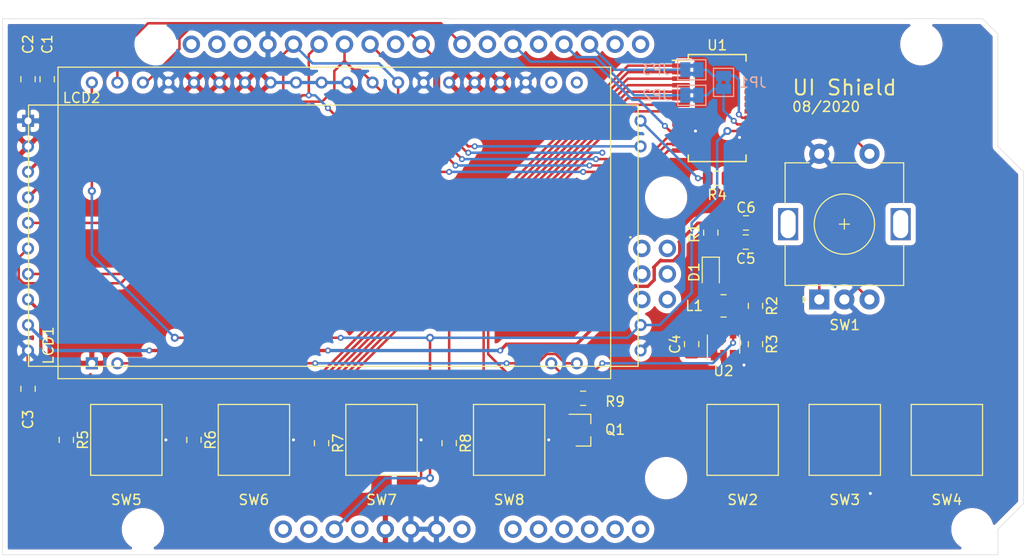
<source format=kicad_pcb>
(kicad_pcb (version 20171130) (host pcbnew 5.1.6)
  (title_block (title "UI Shield") (date 2020-08-21) (comment 1 "ignore courtyard overlaps LCD1/LCD2, LCD1/C1") (comment 2 "Shield Size equal to Arduino Mega/Due"))
  (layers (0 F.Cu signal) (31 B.Cu signal) (34 B.Paste user) (35 F.Paste user) (36 B.SilkS user) (37 F.SilkS user) (38 B.Mask user) (39 F.Mask user) (44 Edge.Cuts user))
  (net 0 "")
  (net 1 /IO_CS)
  (net 2 /SCK)
  (net 3 /MOSI)
  (net 4 /MISO)
  (net 5 /~RESET)
  (net 6 /IO_INTB)
  (net 7 /IO_INTA)
  (net 8 "Net-(U1-Pad27)")
  (net 9 "Net-(U1-Pad28)")
  (net 10 "Net-(XA1-PadRST2)")
  (net 11 "Net-(XA1-PadGND4)")
  (net 12 "Net-(XA1-PadMOSI)")
  (net 13 "Net-(XA1-PadSCK)")
  (net 14 "Net-(XA1-Pad5V2)")
  (net 15 /A0)
  (net 16 /VIN)
  (net 17 GND)
  (net 18 +5V)
  (net 19 +3V3)
  (net 20 "Net-(XA1-PadIORF)")
  (net 21 /TX)
  (net 22 /RX)
  (net 23 /D2)
  (net 24 /D3)
  (net 25 /D4)
  (net 26 /D6)
  (net 27 /LCD_RS)
  (net 28 /LCD_CS)
  (net 29 /D9)
  (net 30 /LCD_LED)
  (net 31 /SCL)
  (net 32 /SDA)
  (net 33 /AREF)
  (net 34 /A1)
  (net 35 /A2)
  (net 36 /A3)
  (net 37 /A4)
  (net 38 /A5)
  (net 39 "Net-(XA1-PadMISO)")
  (net 40 "Net-(LCD1-Pad2)")
  (net 41 "Net-(LCD1-Pad19)")
  (net 42 "Net-(LCD1-Pad21)")
  (net 43 "Net-(LCD1-Pad22)")
  (net 44 "Net-(R5-Pad2)")
  (net 45 /LED5)
  (net 46 /LED6)
  (net 47 "Net-(R6-Pad2)")
  (net 48 /LED7)
  (net 49 "Net-(R7-Pad2)")
  (net 50 "Net-(R8-Pad2)")
  (net 51 /LED8)
  (net 52 /A)
  (net 53 /B)
  (net 54 /SW1)
  (net 55 /SW2)
  (net 56 /SW3)
  (net 57 /SW4)
  (net 58 /SW5)
  (net 59 /SW6)
  (net 60 /SW7)
  (net 61 /SW8)
  (net 62 "Net-(C2-Pad1)")
  (net 63 "Net-(C1-Pad1)")
  (net 64 +12V)
  (net 65 "Net-(C3-Pad1)")
  (net 66 "Net-(LCD2-Pad20)")
  (net 67 "Net-(C5-Pad2)")
  (net 68 "Net-(D1-Pad2)")
  (net 69 "Net-(Q1-Pad3)")
  (net 70 "Net-(R2-Pad2)")
  (module project:Arduino_Shield_Large (layer F.Cu) (at 81.28 127)
    (fp_text reference XA1)
    (fp_text value Arduino_Uno_Shield)
    (fp_text user . (at 62.484 -32.004) (layer F.SilkS))
    (pad "" np_thru_hole circle (at 91.44 -50.8) (size 3.2 3.2) (drill 3.2) (layers *.Cu *.Mask))
    (pad "" np_thru_hole circle (at 96.52 -2.54) (size 3.2 3.2) (drill 3.2) (layers *.Cu *.Mask))
    (pad MISO thru_hole oval (at 63.627 -30.48) (size 1.7272 1.7272) (drill 1.016) (layers *.Cu *.Mask) (net 39 "Net-(XA1-PadMISO)"))
    (pad A5 thru_hole oval (at 63.5 -2.54) (size 1.7272 1.7272) (drill 1.016) (layers *.Cu *.Mask) (net 38 /A5))
    (pad A4 thru_hole oval (at 60.96 -2.54) (size 1.7272 1.7272) (drill 1.016) (layers *.Cu *.Mask) (net 37 /A4))
    (pad A3 thru_hole oval (at 58.42 -2.54) (size 1.7272 1.7272) (drill 1.016) (layers *.Cu *.Mask) (net 36 /A3))
    (pad A2 thru_hole oval (at 55.88 -2.54) (size 1.7272 1.7272) (drill 1.016) (layers *.Cu *.Mask) (net 35 /A2))
    (pad A1 thru_hole oval (at 53.34 -2.54) (size 1.7272 1.7272) (drill 1.016) (layers *.Cu *.Mask) (net 34 /A1))
    (pad "" thru_hole oval (at 27.94 -2.54) (size 1.7272 1.7272) (drill 1.016) (layers *.Cu *.Mask))
    (pad D11 thru_hole oval (at 34.036 -50.8) (size 1.7272 1.7272) (drill 1.016) (layers *.Cu *.Mask) (net 3 /MOSI))
    (pad D12 thru_hole oval (at 31.496 -50.8) (size 1.7272 1.7272) (drill 1.016) (layers *.Cu *.Mask) (net 4 /MISO))
    (pad D13 thru_hole oval (at 28.956 -50.8) (size 1.7272 1.7272) (drill 1.016) (layers *.Cu *.Mask) (net 2 /SCK))
    (pad AREF thru_hole oval (at 23.876 -50.8) (size 1.7272 1.7272) (drill 1.016) (layers *.Cu *.Mask) (net 33 /AREF))
    (pad SDA thru_hole oval (at 21.336 -50.8) (size 1.7272 1.7272) (drill 1.016) (layers *.Cu *.Mask) (net 32 /SDA))
    (pad SCL thru_hole oval (at 18.796 -50.8) (size 1.7272 1.7272) (drill 1.016) (layers *.Cu *.Mask) (net 31 /SCL))
    (pad "" np_thru_hole circle (at 13.97 -2.54) (size 3.2 3.2) (drill 3.2) (layers *.Cu *.Mask))
    (pad "" np_thru_hole circle (at 15.24 -50.8) (size 3.2 3.2) (drill 3.2) (layers *.Cu *.Mask))
    (pad "" np_thru_hole circle (at 66.04 -35.56) (size 3.2 3.2) (drill 3.2) (layers *.Cu *.Mask))
    (pad "" np_thru_hole circle (at 66.04 -7.62) (size 3.2 3.2) (drill 3.2) (layers *.Cu *.Mask))
    (pad D10 thru_hole oval (at 36.576 -50.8) (size 1.7272 1.7272) (drill 1.016) (layers *.Cu *.Mask) (net 30 /LCD_LED))
    (pad D9 thru_hole oval (at 39.116 -50.8) (size 1.7272 1.7272) (drill 1.016) (layers *.Cu *.Mask) (net 29 /D9))
    (pad D8 thru_hole oval (at 41.656 -50.8) (size 1.7272 1.7272) (drill 1.016) (layers *.Cu *.Mask) (net 28 /LCD_CS))
    (pad GND1 thru_hole oval (at 26.416 -50.8) (size 1.7272 1.7272) (drill 1.016) (layers *.Cu *.Mask) (net 17 GND))
    (pad D7 thru_hole oval (at 45.72 -50.8) (size 1.7272 1.7272) (drill 1.016) (layers *.Cu *.Mask) (net 27 /LCD_RS))
    (pad D6 thru_hole oval (at 48.26 -50.8) (size 1.7272 1.7272) (drill 1.016) (layers *.Cu *.Mask) (net 26 /D6))
    (pad D5 thru_hole oval (at 50.8 -50.8) (size 1.7272 1.7272) (drill 1.016) (layers *.Cu *.Mask) (net 1 /IO_CS))
    (pad D4 thru_hole oval (at 53.34 -50.8) (size 1.7272 1.7272) (drill 1.016) (layers *.Cu *.Mask) (net 25 /D4))
    (pad D3 thru_hole oval (at 55.88 -50.8) (size 1.7272 1.7272) (drill 1.016) (layers *.Cu *.Mask) (net 24 /D3))
    (pad D2 thru_hole oval (at 58.42 -50.8) (size 1.7272 1.7272) (drill 1.016) (layers *.Cu *.Mask) (net 23 /D2))
    (pad D1 thru_hole oval (at 60.96 -50.8) (size 1.7272 1.7272) (drill 1.016) (layers *.Cu *.Mask) (net 22 /RX))
    (pad D0 thru_hole oval (at 63.5 -50.8) (size 1.7272 1.7272) (drill 1.016) (layers *.Cu *.Mask) (net 21 /TX))
    (pad IORF thru_hole oval (at 30.48 -2.54) (size 1.7272 1.7272) (drill 1.016) (layers *.Cu *.Mask) (net 20 "Net-(XA1-PadIORF)"))
    (pad RST1 thru_hole oval (at 33.02 -2.54) (size 1.7272 1.7272) (drill 1.016) (layers *.Cu *.Mask) (net 5 /~RESET))
    (pad 3V3 thru_hole oval (at 35.56 -2.54) (size 1.7272 1.7272) (drill 1.016) (layers *.Cu *.Mask) (net 19 +3V3))
    (pad 5V1 thru_hole oval (at 38.1 -2.54) (size 1.7272 1.7272) (drill 1.016) (layers *.Cu *.Mask) (net 18 +5V))
    (pad GND2 thru_hole oval (at 40.64 -2.54) (size 1.7272 1.7272) (drill 1.016) (layers *.Cu *.Mask) (net 17 GND))
    (pad GND3 thru_hole oval (at 43.18 -2.54) (size 1.7272 1.7272) (drill 1.016) (layers *.Cu *.Mask) (net 17 GND))
    (pad VIN thru_hole oval (at 45.72 -2.54) (size 1.7272 1.7272) (drill 1.016) (layers *.Cu *.Mask) (net 16 /VIN))
    (pad A0 thru_hole oval (at 50.8 -2.54) (size 1.7272 1.7272) (drill 1.016) (layers *.Cu *.Mask) (net 15 /A0))
    (pad 5V2 thru_hole oval (at 66.167 -30.48) (size 1.7272 1.7272) (drill 1.016) (layers *.Cu *.Mask) (net 14 "Net-(XA1-Pad5V2)"))
    (pad SCK thru_hole oval (at 63.627 -27.94) (size 1.7272 1.7272) (drill 1.016) (layers *.Cu *.Mask) (net 13 "Net-(XA1-PadSCK)"))
    (pad MOSI thru_hole oval (at 66.167 -27.94) (size 1.7272 1.7272) (drill 1.016) (layers *.Cu *.Mask) (net 12 "Net-(XA1-PadMOSI)"))
    (pad GND4 thru_hole oval (at 66.167 -25.4) (size 1.7272 1.7272) (drill 1.016) (layers *.Cu *.Mask) (net 11 "Net-(XA1-PadGND4)"))
    (pad RST2 thru_hole oval (at 63.627 -25.4) (size 1.7272 1.7272) (drill 1.016) (layers *.Cu *.Mask) (net 10 "Net-(XA1-PadRST2)"))
  )
  (module Rotary_Encoder:RotaryEncoder_Alps_EC11E-Switch_Vertical_H20mm (layer F.Cu) (at 162.56 101.6 90)
    (fp_text reference SW1 (at -2.54 2.54 180) (layer F.SilkS))
    (fp_text value 1)
    (pad A thru_hole rect (at 0 0 90) (size 2 2) (drill 1) (layers *.Cu *.Mask) (net 52 /A))
    (pad C thru_hole circle (at 0 2.5 90) (size 2 2) (drill 1) (layers *.Cu *.Mask) (net 17 GND))
    (pad B thru_hole circle (at 0 5 90) (size 2 2) (drill 1) (layers *.Cu *.Mask) (net 53 /B))
    (pad MP thru_hole rect (at 7.5 -3.1 90) (size 3.2 2) (drill oval 2.8 1.5) (layers *.Cu *.Mask))
    (pad MP thru_hole rect (at 7.5 8.1 90) (size 3.2 2) (drill oval 2.8 1.5) (layers *.Cu *.Mask))
    (pad S2 thru_hole circle (at 14.5 0 90) (size 2 2) (drill 1) (layers *.Cu *.Mask) (net 17 GND))
    (pad S1 thru_hole circle (at 14.5 5 90) (size 2 2) (drill 1) (layers *.Cu *.Mask) (net 54 /SW1))
  )
  (module Package_SO:SSOP-28_5.3x10.2mm_P0.65mm (layer F.Cu) (at 152.4 82.55)
    (fp_text reference U1 (at 0 -6.25) (layer F.SilkS))
    (fp_text value MCP23S17_SS)
    (pad 28 smd rect (at 3.6 -4.225) (size 1.75 0.45) (layers F.Cu F.Paste F.Mask) (net 9 "Net-(U1-Pad28)"))
    (pad 27 smd rect (at 3.6 -3.575) (size 1.75 0.45) (layers F.Cu F.Paste F.Mask) (net 8 "Net-(U1-Pad27)"))
    (pad 26 smd rect (at 3.6 -2.925) (size 1.75 0.45) (layers F.Cu F.Paste F.Mask) (net 57 /SW4))
    (pad 25 smd rect (at 3.6 -2.275) (size 1.75 0.45) (layers F.Cu F.Paste F.Mask) (net 56 /SW3))
    (pad 24 smd rect (at 3.6 -1.625) (size 1.75 0.45) (layers F.Cu F.Paste F.Mask) (net 55 /SW2))
    (pad 23 smd rect (at 3.6 -0.975) (size 1.75 0.45) (layers F.Cu F.Paste F.Mask) (net 54 /SW1))
    (pad 22 smd rect (at 3.6 -0.325) (size 1.75 0.45) (layers F.Cu F.Paste F.Mask) (net 53 /B))
    (pad 21 smd rect (at 3.6 0.325) (size 1.75 0.45) (layers F.Cu F.Paste F.Mask) (net 52 /A))
    (pad 20 smd rect (at 3.6 0.975) (size 1.75 0.45) (layers F.Cu F.Paste F.Mask) (net 7 /IO_INTA))
    (pad 19 smd rect (at 3.6 1.625) (size 1.75 0.45) (layers F.Cu F.Paste F.Mask) (net 6 /IO_INTB))
    (pad 18 smd rect (at 3.6 2.275) (size 1.75 0.45) (layers F.Cu F.Paste F.Mask) (net 5 /~RESET))
    (pad 17 smd rect (at 3.6 2.925) (size 1.75 0.45) (layers F.Cu F.Paste F.Mask) (net 17 GND))
    (pad 16 smd rect (at 3.6 3.575) (size 1.75 0.45) (layers F.Cu F.Paste F.Mask) (net 17 GND))
    (pad 15 smd rect (at 3.6 4.225) (size 1.75 0.45) (layers F.Cu F.Paste F.Mask) (net 17 GND))
    (pad 14 smd rect (at -3.6 4.225) (size 1.75 0.45) (layers F.Cu F.Paste F.Mask) (net 4 /MISO))
    (pad 13 smd rect (at -3.6 3.575) (size 1.75 0.45) (layers F.Cu F.Paste F.Mask) (net 3 /MOSI))
    (pad 12 smd rect (at -3.6 2.925) (size 1.75 0.45) (layers F.Cu F.Paste F.Mask) (net 2 /SCK))
    (pad 11 smd rect (at -3.6 2.275) (size 1.75 0.45) (layers F.Cu F.Paste F.Mask) (net 1 /IO_CS))
    (pad 10 smd rect (at -3.6 1.625) (size 1.75 0.45) (layers F.Cu F.Paste F.Mask) (net 17 GND))
    (pad 9 smd rect (at -3.6 0.975) (size 1.75 0.45) (layers F.Cu F.Paste F.Mask) (net 18 +5V))
    (pad 8 smd rect (at -3.6 0.325) (size 1.75 0.45) (layers F.Cu F.Paste F.Mask) (net 61 /SW8))
    (pad 7 smd rect (at -3.6 -0.325) (size 1.75 0.45) (layers F.Cu F.Paste F.Mask) (net 51 /LED8))
    (pad 6 smd rect (at -3.6 -0.975) (size 1.75 0.45) (layers F.Cu F.Paste F.Mask) (net 60 /SW7))
    (pad 5 smd rect (at -3.6 -1.625) (size 1.75 0.45) (layers F.Cu F.Paste F.Mask) (net 48 /LED7))
    (pad 4 smd rect (at -3.6 -2.275) (size 1.75 0.45) (layers F.Cu F.Paste F.Mask) (net 59 /SW6))
    (pad 3 smd rect (at -3.6 -2.925) (size 1.75 0.45) (layers F.Cu F.Paste F.Mask) (net 46 /LED6))
    (pad 2 smd rect (at -3.6 -3.575) (size 1.75 0.45) (layers F.Cu F.Paste F.Mask) (net 58 /SW5))
    (pad 1 smd rect (at -3.6 -4.225) (size 1.75 0.45) (layers F.Cu F.Paste F.Mask) (net 45 /LED5))
  )
  (module Jumper:SolderJumper-2_P1.3mm_Bridged2Bar_Pad1.0x1.5mm (layer B.Cu) (at 153.035 79.995 270)
    (fp_text reference JP1 (at 0.015 -2.921) (layer B.SilkS) (effects (justify mirror)))
    (fp_text value SolderJumper_2_Bridged)
    (fp_poly (pts (xy -0.25 0.6) (xy 0.25 0.6) (xy 0.25 0.2) (xy -0.25 0.2)) (layer B.Cu) (width 0))
    (fp_poly (pts (xy -0.25 -0.2) (xy 0.25 -0.2) (xy 0.25 -0.6) (xy -0.25 -0.6)) (layer B.Cu) (width 0))
    (pad 2 smd rect (at 0.65 0 270) (size 1 1.5) (layers B.Cu B.Mask) (net 6 /IO_INTB))
    (pad 1 smd rect (at -0.65 0 270) (size 1 1.5) (layers B.Cu B.Mask) (net 7 /IO_INTA))
  )
  (module Jumper:SolderJumper-2_P1.3mm_Bridged2Bar_Pad1.0x1.5mm (layer B.Cu) (at 149.875 81.28 180)
    (fp_text reference JP2 (at 3.571 0) (layer B.SilkS) (effects (justify mirror)))
    (fp_text value SolderJumper_2_Bridged)
    (fp_poly (pts (xy -0.25 0.6) (xy 0.25 0.6) (xy 0.25 0.2) (xy -0.25 0.2)) (layer B.Cu) (width 0))
    (fp_poly (pts (xy -0.25 -0.2) (xy 0.25 -0.2) (xy 0.25 -0.6) (xy -0.25 -0.6)) (layer B.Cu) (width 0))
    (pad 2 smd rect (at 0.65 0 180) (size 1 1.5) (layers B.Cu B.Mask) (net 24 /D3))
    (pad 1 smd rect (at -0.65 0 180) (size 1 1.5) (layers B.Cu B.Mask) (net 6 /IO_INTB))
  )
  (module Jumper:SolderJumper-2_P1.3mm_Bridged2Bar_Pad1.0x1.5mm (layer B.Cu) (at 149.875 78.74 180)
    (fp_text reference JP3 (at 3.571 0) (layer B.SilkS) (effects (justify mirror)))
    (fp_text value SolderJumper_2_Bridged)
    (fp_poly (pts (xy -0.25 0.6) (xy 0.25 0.6) (xy 0.25 0.2) (xy -0.25 0.2)) (layer B.Cu) (width 0))
    (fp_poly (pts (xy -0.25 -0.2) (xy 0.25 -0.2) (xy 0.25 -0.6) (xy -0.25 -0.6)) (layer B.Cu) (width 0))
    (pad 2 smd rect (at 0.65 0 180) (size 1 1.5) (layers B.Cu B.Mask) (net 23 /D2))
    (pad 1 smd rect (at -0.65 0 180) (size 1 1.5) (layers B.Cu B.Mask) (net 7 /IO_INTA))
  )
  (module Resistor_SMD:R_0805_2012Metric (layer F.Cu) (at 87.63 115.57 270)
    (fp_text reference R5 (at 0 -1.65 90) (layer F.SilkS))
    (fp_text value R)
    (pad 2 smd roundrect (at 0.9375 0 270) (size 0.975 1.4) (layers F.Cu F.Paste F.Mask) (net 44 "Net-(R5-Pad2)"))
    (pad 1 smd roundrect (at -0.9375 0 270) (size 0.975 1.4) (layers F.Cu F.Paste F.Mask) (net 45 /LED5))
  )
  (module Resistor_SMD:R_0805_2012Metric (layer F.Cu) (at 100.33 115.57 270)
    (fp_text reference R6 (at 0 -1.65 90) (layer F.SilkS))
    (fp_text value R)
    (pad 2 smd roundrect (at 0.9375 0 270) (size 0.975 1.4) (layers F.Cu F.Paste F.Mask) (net 47 "Net-(R6-Pad2)"))
    (pad 1 smd roundrect (at -0.9375 0 270) (size 0.975 1.4) (layers F.Cu F.Paste F.Mask) (net 46 /LED6))
  )
  (module Resistor_SMD:R_0805_2012Metric (layer F.Cu) (at 113.03 115.9025 270)
    (fp_text reference R7 (at 0 -1.65 90) (layer F.SilkS))
    (fp_text value R)
    (pad 2 smd roundrect (at 0.9375 0 270) (size 0.975 1.4) (layers F.Cu F.Paste F.Mask) (net 49 "Net-(R7-Pad2)"))
    (pad 1 smd roundrect (at -0.9375 0 270) (size 0.975 1.4) (layers F.Cu F.Paste F.Mask) (net 48 /LED7))
  )
  (module Resistor_SMD:R_0805_2012Metric (layer F.Cu) (at 125.73 115.9025 270)
    (fp_text reference R8 (at 0 -1.65 90) (layer F.SilkS))
    (fp_text value R)
    (pad 2 smd roundrect (at 0.9375 0 270) (size 0.975 1.4) (layers F.Cu F.Paste F.Mask) (net 50 "Net-(R8-Pad2)"))
    (pad 1 smd roundrect (at -0.9375 0 270) (size 0.975 1.4) (layers F.Cu F.Paste F.Mask) (net 51 /LED8))
  )
  (module project:Marquardt_3006_Series (layer F.Cu) (at 154.94 115.57)
    (fp_text reference SW2 (at 0 5.969) (layer F.SilkS))
    (fp_text value SW_Push)
    (pad 1 smd rect (at 2.5375 4.1375) (size 2.025 1.225) (layers F.Cu F.Paste F.Mask) (net 17 GND))
    (pad 4 smd rect (at -2.5375 4.1375) (size 2.025 1.225) (layers F.Cu F.Paste F.Mask))
    (pad 2 smd rect (at -2.5375 -4.1375) (size 2.025 1.225) (layers F.Cu F.Paste F.Mask) (net 55 /SW2))
    (pad 3 smd rect (at 2.5375 -4.1375) (size 2.025 1.225) (layers F.Cu F.Paste F.Mask))
  )
  (module project:Marquardt_3006_Series (layer F.Cu) (at 165.1 115.57)
    (fp_text reference SW3 (at 0 5.969) (layer F.SilkS))
    (fp_text value SW_Push)
    (pad 1 smd rect (at 2.5375 4.1375) (size 2.025 1.225) (layers F.Cu F.Paste F.Mask) (net 17 GND))
    (pad 4 smd rect (at -2.5375 4.1375) (size 2.025 1.225) (layers F.Cu F.Paste F.Mask))
    (pad 2 smd rect (at -2.5375 -4.1375) (size 2.025 1.225) (layers F.Cu F.Paste F.Mask) (net 56 /SW3))
    (pad 3 smd rect (at 2.5375 -4.1375) (size 2.025 1.225) (layers F.Cu F.Paste F.Mask))
  )
  (module project:Marquardt_3006_Series (layer F.Cu) (at 175.26 115.57)
    (fp_text reference SW4 (at 0 5.969) (layer F.SilkS))
    (fp_text value SW_Push)
    (pad 1 smd rect (at 2.5375 4.1375) (size 2.025 1.225) (layers F.Cu F.Paste F.Mask) (net 17 GND))
    (pad 4 smd rect (at -2.5375 4.1375) (size 2.025 1.225) (layers F.Cu F.Paste F.Mask))
    (pad 2 smd rect (at -2.5375 -4.1375) (size 2.025 1.225) (layers F.Cu F.Paste F.Mask) (net 57 /SW4))
    (pad 3 smd rect (at 2.5375 -4.1375) (size 2.025 1.225) (layers F.Cu F.Paste F.Mask))
  )
  (module project:Marquardt_3006_Series (layer F.Cu) (at 93.599 115.57)
    (fp_text reference SW5 (at 0 5.969) (layer F.SilkS))
    (fp_text value SW_Push_LED)
    (pad 1 smd rect (at 2.5375 4.1375) (size 2.025 1.225) (layers F.Cu F.Paste F.Mask) (net 17 GND))
    (pad 4 smd rect (at -2.5375 4.1375) (size 2.025 1.225) (layers F.Cu F.Paste F.Mask) (net 44 "Net-(R5-Pad2)"))
    (pad 2 smd rect (at -2.5375 -4.1375) (size 2.025 1.225) (layers F.Cu F.Paste F.Mask) (net 58 /SW5))
    (pad 3 smd rect (at 2.5375 -4.1375) (size 2.025 1.225) (layers F.Cu F.Paste F.Mask) (net 17 GND))
  )
  (module project:Marquardt_3006_Series (layer F.Cu) (at 106.299 115.57)
    (fp_text reference SW6 (at 0 5.969) (layer F.SilkS))
    (fp_text value SW_Push_LED)
    (pad 1 smd rect (at 2.5375 4.1375) (size 2.025 1.225) (layers F.Cu F.Paste F.Mask) (net 17 GND))
    (pad 4 smd rect (at -2.5375 4.1375) (size 2.025 1.225) (layers F.Cu F.Paste F.Mask) (net 47 "Net-(R6-Pad2)"))
    (pad 2 smd rect (at -2.5375 -4.1375) (size 2.025 1.225) (layers F.Cu F.Paste F.Mask) (net 59 /SW6))
    (pad 3 smd rect (at 2.5375 -4.1375) (size 2.025 1.225) (layers F.Cu F.Paste F.Mask) (net 17 GND))
  )
  (module project:Marquardt_3006_Series (layer F.Cu) (at 118.999 115.57)
    (fp_text reference SW7 (at 0 5.969) (layer F.SilkS))
    (fp_text value SW_Push_LED)
    (pad 1 smd rect (at 2.5375 4.1375) (size 2.025 1.225) (layers F.Cu F.Paste F.Mask) (net 17 GND))
    (pad 4 smd rect (at -2.5375 4.1375) (size 2.025 1.225) (layers F.Cu F.Paste F.Mask) (net 49 "Net-(R7-Pad2)"))
    (pad 2 smd rect (at -2.5375 -4.1375) (size 2.025 1.225) (layers F.Cu F.Paste F.Mask) (net 60 /SW7))
    (pad 3 smd rect (at 2.5375 -4.1375) (size 2.025 1.225) (layers F.Cu F.Paste F.Mask) (net 17 GND))
  )
  (module project:Marquardt_3006_Series (layer F.Cu) (at 131.699 115.57)
    (fp_text reference SW8 (at 0 5.969) (layer F.SilkS))
    (fp_text value SW_Push_LED)
    (pad 1 smd rect (at 2.5375 4.1375) (size 2.025 1.225) (layers F.Cu F.Paste F.Mask) (net 17 GND))
    (pad 4 smd rect (at -2.5375 4.1375) (size 2.025 1.225) (layers F.Cu F.Paste F.Mask) (net 50 "Net-(R8-Pad2)"))
    (pad 2 smd rect (at -2.5375 -4.1375) (size 2.025 1.225) (layers F.Cu F.Paste F.Mask) (net 61 /SW8))
    (pad 3 smd rect (at 2.5375 -4.1375) (size 2.025 1.225) (layers F.Cu F.Paste F.Mask) (net 17 GND))
  )
  (module Resistor_SMD:R_0805_2012Metric (layer F.Cu) (at 152.4 89.535 180)
    (fp_text reference R4 (at 0 -1.65) (layer F.SilkS))
    (fp_text value R)
    (pad 2 smd roundrect (at 0.9375 0 180) (size 0.975 1.4) (layers F.Cu F.Paste F.Mask) (net 66 "Net-(LCD2-Pad20)"))
    (pad 1 smd roundrect (at -0.9375 0 180) (size 0.975 1.4) (layers F.Cu F.Paste F.Mask) (net 17 GND))
  )
  (module EA_Display:DOGM162_with_LED (layer F.Cu) (at 90.17 107.95)
    (fp_text reference LCD1 (at -4.318 -1.778 90) (layer F.SilkS))
    (fp_text value EA_DOGM163_with_LED)
    (pad 20 thru_hole circle (at 48.26 0) (size 1.2 1.2) (drill 0.7) (layers *.Cu *.Mask) (net 40 "Net-(LCD1-Pad2)"))
    (pad 19 thru_hole circle (at 45.72 0) (size 1.2 1.2) (drill 0.7) (layers *.Cu *.Mask) (net 41 "Net-(LCD1-Pad19)"))
    (pad 2 thru_hole circle (at 2.54 0) (size 1.2 1.2) (drill 0.7) (layers *.Cu *.Mask) (net 40 "Net-(LCD1-Pad2)"))
    (pad 1 thru_hole rect (at 0 0) (size 1.2 1.2) (drill 0.7) (layers *.Cu *.Mask) (net 18 +5V))
    (pad 40 thru_hole circle (at 0 -27.94) (size 1.2 1.2) (drill 0.7) (layers *.Cu *.Mask) (net 5 /~RESET))
    (pad 39 thru_hole circle (at 2.54 -27.94) (size 1.2 1.2) (drill 0.7) (layers *.Cu *.Mask) (net 27 /LCD_RS))
    (pad 38 thru_hole circle (at 5.08 -27.94) (size 1.2 1.2) (drill 0.7) (layers *.Cu *.Mask) (net 28 /LCD_CS))
    (pad 37 thru_hole circle (at 7.62 -27.94) (size 1.2 1.2) (drill 0.7) (layers *.Cu *.Mask) (net 17 GND))
    (pad 36 thru_hole circle (at 10.16 -27.94) (size 1.2 1.2) (drill 0.7) (layers *.Cu *.Mask) (net 18 +5V))
    (pad 35 thru_hole circle (at 12.7 -27.94) (size 1.2 1.2) (drill 0.7) (layers *.Cu *.Mask) (net 18 +5V))
    (pad 34 thru_hole circle (at 15.24 -27.94) (size 1.2 1.2) (drill 0.7) (layers *.Cu *.Mask) (net 18 +5V))
    (pad 33 thru_hole circle (at 17.78 -27.94) (size 1.2 1.2) (drill 0.7) (layers *.Cu *.Mask) (net 18 +5V))
    (pad 32 thru_hole circle (at 20.32 -27.94) (size 1.2 1.2) (drill 0.7) (layers *.Cu *.Mask) (net 18 +5V))
    (pad 31 thru_hole circle (at 22.86 -27.94) (size 1.2 1.2) (drill 0.7) (layers *.Cu *.Mask) (net 18 +5V))
    (pad 30 thru_hole circle (at 25.4 -27.94) (size 1.2 1.2) (drill 0.7) (layers *.Cu *.Mask) (net 18 +5V))
    (pad 29 thru_hole circle (at 27.94 -27.94) (size 1.2 1.2) (drill 0.7) (layers *.Cu *.Mask) (net 3 /MOSI))
    (pad 28 thru_hole circle (at 30.48 -27.94) (size 1.2 1.2) (drill 0.7) (layers *.Cu *.Mask) (net 2 /SCK))
    (pad 27 thru_hole circle (at 33.02 -27.94) (size 1.2 1.2) (drill 0.7) (layers *.Cu *.Mask) (net 17 GND))
    (pad 26 thru_hole circle (at 35.56 -27.94) (size 1.2 1.2) (drill 0.7) (layers *.Cu *.Mask) (net 18 +5V))
    (pad 25 thru_hole circle (at 38.1 -27.94) (size 1.2 1.2) (drill 0.7) (layers *.Cu *.Mask) (net 18 +5V))
    (pad 24 thru_hole circle (at 40.64 -27.94) (size 1.2 1.2) (drill 0.7) (layers *.Cu *.Mask) (net 18 +5V))
    (pad 23 thru_hole circle (at 43.18 -27.94) (size 1.2 1.2) (drill 0.7) (layers *.Cu *.Mask) (net 17 GND))
    (pad 22 thru_hole circle (at 45.72 -27.94) (size 1.2 1.2) (drill 0.7) (layers *.Cu *.Mask) (net 43 "Net-(LCD1-Pad22)"))
    (pad 21 thru_hole circle (at 48.26 -27.94) (size 1.2 1.2) (drill 0.7) (layers *.Cu *.Mask) (net 42 "Net-(LCD1-Pad21)"))
  )
  (module EA_Display:OLEDM204_6GGA (layer F.Cu) (at 83.82 83.82 270)
    (fp_text reference LCD2 (at -2.286 -5.334 180) (layer F.SilkS))
    (fp_text value EA_OLEDM204)
    (pad 20 thru_hole circle (at 0 -60.96 270) (size 1.2 1.2) (drill 0.7) (layers *.Cu *.Mask) (net 66 "Net-(LCD2-Pad20)"))
    (pad 19 thru_hole circle (at 2.54 -60.96 270) (size 1.2 1.2) (drill 0.7) (layers *.Cu *.Mask) (net 28 /LCD_CS))
    (pad 12 thru_hole circle (at 20.32 -60.96 270) (size 1.2 1.2) (drill 0.7) (layers *.Cu *.Mask) (net 5 /~RESET))
    (pad 11 thru_hole circle (at 22.86 -60.96 270) (size 1.2 1.2) (drill 0.7) (layers *.Cu *.Mask) (net 17 GND))
    (pad 10 thru_hole circle (at 22.86 0 270) (size 1.2 1.2) (drill 0.7) (layers *.Cu *.Mask) (net 17 GND))
    (pad 9 thru_hole circle (at 20.32 0 270) (size 1.2 1.2) (drill 0.7) (layers *.Cu *.Mask) (net 64 +12V))
    (pad 8 thru_hole circle (at 17.78 0 270) (size 1.2 1.2) (drill 0.7) (layers *.Cu *.Mask) (net 65 "Net-(C3-Pad1)"))
    (pad 7 thru_hole circle (at 15.24 0 270) (size 1.2 1.2) (drill 0.7) (layers *.Cu *.Mask) (net 4 /MISO))
    (pad 6 thru_hole circle (at 12.7 0 270) (size 1.2 1.2) (drill 0.7) (layers *.Cu *.Mask) (net 3 /MOSI))
    (pad 5 thru_hole circle (at 10.16 0 270) (size 1.2 1.2) (drill 0.7) (layers *.Cu *.Mask) (net 2 /SCK))
    (pad 4 thru_hole circle (at 7.62 0 270) (size 1.2 1.2) (drill 0.7) (layers *.Cu *.Mask) (net 63 "Net-(C1-Pad1)"))
    (pad 3 thru_hole circle (at 5.08 0 270) (size 1.2 1.2) (drill 0.7) (layers *.Cu *.Mask) (net 62 "Net-(C2-Pad1)"))
    (pad 2 thru_hole circle (at 2.54 0 270) (size 1.2 1.2) (drill 0.7) (layers *.Cu *.Mask) (net 18 +5V))
    (pad 1 thru_hole rect (at 0 0 270) (size 1.2 1.2) (drill 0.7) (layers *.Cu *.Mask) (net 17 GND))
  )
  (module Capacitor_SMD:C_0805_2012Metric (layer F.Cu) (at 85.725 79.6775 270)
    (fp_text reference C1 (at -3.4775 0 90) (layer F.SilkS))
    (fp_text value 100n)
    (pad 2 smd roundrect (at 0.9375 0 270) (size 0.975 1.4) (layers F.Cu F.Paste F.Mask) (net 18 +5V))
    (pad 1 smd roundrect (at -0.9375 0 270) (size 0.975 1.4) (layers F.Cu F.Paste F.Mask) (net 63 "Net-(C1-Pad1)"))
  )
  (module Capacitor_SMD:C_0805_2012Metric (layer F.Cu) (at 83.82 79.6775 270)
    (fp_text reference C2 (at -3.4775 0 90) (layer F.SilkS))
    (fp_text value 100n)
    (pad 2 smd roundrect (at 0.9375 0 270) (size 0.975 1.4) (layers F.Cu F.Paste F.Mask) (net 17 GND))
    (pad 1 smd roundrect (at -0.9375 0 270) (size 0.975 1.4) (layers F.Cu F.Paste F.Mask) (net 62 "Net-(C2-Pad1)"))
  )
  (module Package_TO_SOT_SMD:SOT-23 (layer F.Cu) (at 139.065 114.6048)
    (fp_text reference Q1 (at 3.175 -0.0508) (layer F.SilkS))
    (fp_text value Q_NPN_BEC)
    (pad 3 smd rect (at 1 0) (size 0.9 0.8) (layers F.Cu F.Paste F.Mask) (net 69 "Net-(Q1-Pad3)"))
    (pad 2 smd rect (at -1 0.95) (size 0.9 0.8) (layers F.Cu F.Paste F.Mask) (net 17 GND))
    (pad 1 smd rect (at -1 -0.95) (size 0.9 0.8) (layers F.Cu F.Paste F.Mask) (net 30 /LCD_LED))
  )
  (module Resistor_SMD:R_0805_2012Metric (layer F.Cu) (at 151.765 94.9475 270)
    (fp_text reference R1 (at 0.0485 1.651 90) (layer F.SilkS))
    (fp_text value 100)
    (pad 2 smd roundrect (at 0.9375 0 270) (size 0.975 1.4) (layers F.Cu F.Paste F.Mask) (net 67 "Net-(C5-Pad2)"))
    (pad 1 smd roundrect (at -0.9375 0 270) (size 0.975 1.4) (layers F.Cu F.Paste F.Mask) (net 64 +12V))
  )
  (module Resistor_SMD:R_0805_2012Metric (layer F.Cu) (at 156.21 102.235 270)
    (fp_text reference R2 (at 0 -1.65 90) (layer F.SilkS))
    (fp_text value R)
    (pad 2 smd roundrect (at 0.9375 0 270) (size 0.975 1.4) (layers F.Cu F.Paste F.Mask) (net 70 "Net-(R2-Pad2)"))
    (pad 1 smd roundrect (at -0.9375 0 270) (size 0.975 1.4) (layers F.Cu F.Paste F.Mask) (net 67 "Net-(C5-Pad2)"))
  )
  (module Resistor_SMD:R_0805_2012Metric (layer F.Cu) (at 156.21 106.045 270)
    (fp_text reference R3 (at 0 -1.65 90) (layer F.SilkS))
    (fp_text value R)
    (pad 2 smd roundrect (at 0.9375 0 270) (size 0.975 1.4) (layers F.Cu F.Paste F.Mask) (net 17 GND))
    (pad 1 smd roundrect (at -0.9375 0 270) (size 0.975 1.4) (layers F.Cu F.Paste F.Mask) (net 70 "Net-(R2-Pad2)"))
  )
  (module Resistor_SMD:R_0805_2012Metric (layer F.Cu) (at 139.065 111.4298 180)
    (fp_text reference R9 (at -3.175 -0.3302) (layer F.SilkS))
    (fp_text value R)
    (pad 1 smd roundrect (at -0.9375 0 180) (size 0.975 1.4) (layers F.Cu F.Paste F.Mask) (net 69 "Net-(Q1-Pad3)"))
    (pad 2 smd roundrect (at 0.9375 0 180) (size 0.975 1.4) (layers F.Cu F.Paste F.Mask) (net 41 "Net-(LCD1-Pad19)"))
  )
  (module Package_TO_SOT_SMD:SOT-23-6 (layer F.Cu) (at 153.035 106.045 90)
    (fp_text reference U2 (at -2.667 0 180) (layer F.SilkS))
    (fp_text value MAX5026)
    (pad 5 smd rect (at 1.1 0 90) (size 1.06 0.65) (layers F.Cu F.Paste F.Mask) (net 18 +5V))
    (pad 6 smd rect (at 1.1 -0.95 90) (size 1.06 0.65) (layers F.Cu F.Paste F.Mask) (net 68 "Net-(D1-Pad2)"))
    (pad 4 smd rect (at 1.1 0.95 90) (size 1.06 0.65) (layers F.Cu F.Paste F.Mask) (net 30 /LCD_LED))
    (pad 3 smd rect (at -1.1 0.95 90) (size 1.06 0.65) (layers F.Cu F.Paste F.Mask) (net 70 "Net-(R2-Pad2)"))
    (pad 2 smd rect (at -1.1 0 90) (size 1.06 0.65) (layers F.Cu F.Paste F.Mask) (net 17 GND))
    (pad 1 smd rect (at -1.1 -0.95 90) (size 1.06 0.65) (layers F.Cu F.Paste F.Mask) (net 17 GND))
  )
  (module Inductor_SMD:L_1008_2520Metric (layer F.Cu) (at 153.035 102.235 180)
    (fp_text reference L1 (at 2.921 0 180) (layer F.SilkS))
    (fp_text value 47uH)
    (pad 2 smd roundrect (at 1.075 0 180) (size 1.25 2.2) (layers F.Cu F.Paste F.Mask) (roundrect_rratio 0.2) (net 68 "Net-(D1-Pad2)"))
    (pad 1 smd roundrect (at -1.075 0 180) (size 1.25 2.2) (layers F.Cu F.Paste F.Mask) (roundrect_rratio 0.2) (net 18 +5V))
  )
  (module Capacitor_SMD:C_0805_2012Metric (layer F.Cu) (at 83.82 110.49 90)
    (fp_text reference C3 (at -3.048 0 90) (layer F.SilkS))
    (fp_text value 2.2u)
    (pad 2 smd roundrect (at 0.9375 0 90) (size 0.975 1.4) (layers F.Cu F.Paste F.Mask) (net 17 GND))
    (pad 1 smd roundrect (at -0.9375 0 90) (size 0.975 1.4) (layers F.Cu F.Paste F.Mask) (net 65 "Net-(C3-Pad1)"))
  )
  (module Capacitor_SMD:C_0805_2012Metric (layer F.Cu) (at 149.86 106.045 270)
    (fp_text reference C4 (at 0 1.651 90) (layer F.SilkS))
    (fp_text value 4.7u)
    (pad 2 smd roundrect (at 0.9375 0 270) (size 0.975 1.4) (layers F.Cu F.Paste F.Mask) (net 17 GND))
    (pad 1 smd roundrect (at -0.9375 0 270) (size 0.975 1.4) (layers F.Cu F.Paste F.Mask) (net 18 +5V))
  )
  (module Capacitor_SMD:C_0805_2012Metric (layer F.Cu) (at 155.2425 95.885 180)
    (fp_text reference C5 (at 0 -1.65) (layer F.SilkS))
    (fp_text value 1u)
    (pad 2 smd roundrect (at 0.9375 0 180) (size 0.975 1.4) (layers F.Cu F.Paste F.Mask) (net 67 "Net-(C5-Pad2)"))
    (pad 1 smd roundrect (at -0.9375 0 180) (size 0.975 1.4) (layers F.Cu F.Paste F.Mask) (net 17 GND))
  )
  (module Capacitor_SMD:C_0805_2012Metric (layer F.Cu) (at 155.2725 93.98 180)
    (fp_text reference C6 (at 0 1.524) (layer F.SilkS))
    (fp_text value 2.2u)
    (pad 2 smd roundrect (at 0.9375 0 180) (size 0.975 1.4) (layers F.Cu F.Paste F.Mask) (net 64 +12V))
    (pad 1 smd roundrect (at -0.9375 0 180) (size 0.975 1.4) (layers F.Cu F.Paste F.Mask) (net 17 GND))
  )
  (module Diode_SMD:D_SOD-323F (layer F.Cu) (at 151.765 98.89 270)
    (fp_text reference D1 (at 0 1.651 90) (layer F.SilkS))
    (fp_text value BAT54J)
    (pad 2 smd rect (at 1.1 0 270) (size 0.5 0.5) (layers F.Cu F.Paste F.Mask) (net 68 "Net-(D1-Pad2)"))
    (pad 1 smd rect (at -1.1 0 270) (size 0.5 0.5) (layers F.Cu F.Paste F.Mask) (net 67 "Net-(C5-Pad2)"))
  )
  (gr_text 08/2020 (at 159.766 82.423) (layer F.SilkS) (effects (font (size 1 1)) (justify left)))
  (gr_text "UI Shield" (at 159.766 80.518) (layer F.SilkS) (effects (font (size 1.5 1.5) (thickness 0.2)) (justify left)))
  (gr_line (start 180.34 75.184) (end 178.816 73.66) (layer Edge.Cuts) (width 0.05))
  (gr_line (start 180.34 86.36) (end 180.34 75.184) (layer Edge.Cuts) (width 0.05))
  (gr_line (start 182.88 88.9) (end 180.34 86.36) (layer Edge.Cuts) (width 0.05))
  (gr_line (start 182.88 121.92) (end 182.88 88.9) (layer Edge.Cuts) (width 0.05))
  (gr_line (start 180.34 124.46) (end 182.88 121.92) (layer Edge.Cuts) (width 0.05))
  (gr_line (start 180.34 127) (end 180.34 124.46) (layer Edge.Cuts) (width 0.05))
  (gr_line (start 81.28 73.66) (end 178.816 73.66) (layer Edge.Cuts) (width 0.05))
  (gr_line (start 81.28 127) (end 180.34 127) (layer Edge.Cuts) (width 0.05))
  (gr_line (start 81.28 127) (end 81.28 73.66) (layer Edge.Cuts) (width 0.05))
  (segment (start 132.08 76.2) (end 133.810009 77.930009) (width 0.25) (layer B.Cu) (net 1))
  (via (at 147.193 84.328) (size 0.6) (drill 0.3) (layers F.Cu B.Cu) (net 1))
  (segment (start 144.59501 81.73001) (end 147.193 84.328) (width 0.25) (layer B.Cu) (net 1))
  (segment (start 143.95719 81.73001) (end 144.59501 81.73001) (width 0.25) (layer B.Cu) (net 1))
  (segment (start 140.157189 77.930009) (end 143.95719 81.73001) (width 0.25) (layer B.Cu) (net 1))
  (segment (start 133.810009 77.930009) (end 140.157189 77.930009) (width 0.25) (layer B.Cu) (net 1))
  (segment (start 147.69 84.825) (end 148.8 84.825) (width 0.25) (layer F.Cu) (net 1))
  (segment (start 147.193 84.328) (end 147.69 84.825) (width 0.25) (layer F.Cu) (net 1))
  (segment (start 118.745 78.105) (end 120.65 80.01) (width 0.25) (layer B.Cu) (net 2))
  (segment (start 112.141 78.105) (end 118.745 78.105) (width 0.25) (layer B.Cu) (net 2))
  (segment (start 110.236 76.2) (end 112.141 78.105) (width 0.25) (layer B.Cu) (net 2))
  (segment (start 97.787179 93.98) (end 83.82 93.98) (width 0.25) (layer F.Cu) (net 2))
  (segment (start 109.22 82.547179) (end 97.787179 93.98) (width 0.25) (layer F.Cu) (net 2))
  (segment (start 109.22 77.216) (end 109.22 82.547179) (width 0.25) (layer F.Cu) (net 2))
  (segment (start 110.236 76.2) (end 109.22 77.216) (width 0.25) (layer F.Cu) (net 2))
  (via (at 140.335 87.63) (size 0.6) (drill 0.3) (layers F.Cu B.Cu) (net 2))
  (segment (start 147.440179 85.475) (end 145.285179 87.63) (width 0.25) (layer F.Cu) (net 2))
  (segment (start 148.8 85.475) (end 147.440179 85.475) (width 0.25) (layer F.Cu) (net 2))
  (segment (start 145.285179 87.63) (end 140.335 87.63) (width 0.25) (layer F.Cu) (net 2))
  (via (at 127 87.63) (size 0.6) (drill 0.3) (layers F.Cu B.Cu) (net 2))
  (segment (start 140.335 87.63) (end 127 87.63) (width 0.25) (layer B.Cu) (net 2))
  (segment (start 120.65 81.28) (end 127 87.63) (width 0.25) (layer F.Cu) (net 2))
  (segment (start 120.65 80.01) (end 120.65 81.28) (width 0.25) (layer F.Cu) (net 2))
  (segment (start 115.316 76.2) (end 115.316 77.851) (width 0.25) (layer F.Cu) (net 3))
  (segment (start 116.84 78.74) (end 118.11 80.01) (width 0.25) (layer F.Cu) (net 3))
  (segment (start 116.205 78.74) (end 116.84 78.74) (width 0.25) (layer F.Cu) (net 3))
  (segment (start 115.316 77.851) (end 116.205 78.74) (width 0.25) (layer F.Cu) (net 3))
  (segment (start 82.894999 99.504001) (end 82.894999 97.445001) (width 0.25) (layer F.Cu) (net 3))
  (segment (start 93.054999 99.985001) (end 83.375999 99.985001) (width 0.25) (layer F.Cu) (net 3))
  (segment (start 115.316 77.851) (end 114.3 78.867) (width 0.25) (layer F.Cu) (net 3))
  (segment (start 113.079501 81.915) (end 111.125 81.915) (width 0.25) (layer F.Cu) (net 3))
  (segment (start 83.375999 99.985001) (end 82.894999 99.504001) (width 0.25) (layer F.Cu) (net 3))
  (segment (start 114.3 78.867) (end 114.3 80.694501) (width 0.25) (layer F.Cu) (net 3))
  (segment (start 114.3 80.694501) (end 113.079501 81.915) (width 0.25) (layer F.Cu) (net 3))
  (segment (start 82.894999 97.445001) (end 83.82 96.52) (width 0.25) (layer F.Cu) (net 3))
  (segment (start 111.125 81.915) (end 93.054999 99.985001) (width 0.25) (layer F.Cu) (net 3))
  (via (at 139.7 88.265) (size 0.6) (drill 0.3) (layers F.Cu B.Cu) (net 3))
  (segment (start 147.42659 86.125) (end 145.28659 88.265) (width 0.25) (layer F.Cu) (net 3))
  (segment (start 148.8 86.125) (end 147.42659 86.125) (width 0.25) (layer F.Cu) (net 3))
  (segment (start 145.28659 88.265) (end 139.7 88.265) (width 0.25) (layer F.Cu) (net 3))
  (segment (start 139.7 88.265) (end 126.365018 88.265) (width 0.25) (layer B.Cu) (net 3))
  (via (at 126.365018 88.265) (size 0.6) (drill 0.3) (layers F.Cu B.Cu) (net 3))
  (segment (start 118.11 80.01) (end 126.365 88.265) (width 0.25) (layer F.Cu) (net 3))
  (segment (start 126.365 88.265) (end 126.365018 88.265) (width 0.25) (layer F.Cu) (net 3))
  (via (at 139.065 88.9) (size 0.6) (drill 0.3) (layers F.Cu B.Cu) (net 4))
  (segment (start 145.415 88.9) (end 139.065 88.9) (width 0.25) (layer F.Cu) (net 4))
  (segment (start 147.54 86.775) (end 145.415 88.9) (width 0.25) (layer F.Cu) (net 4))
  (segment (start 148.8 86.775) (end 147.54 86.775) (width 0.25) (layer F.Cu) (net 4))
  (via (at 113.665 82.55) (size 0.6) (drill 0.3) (layers F.Cu B.Cu) (net 4))
  (segment (start 112.395 81.28) (end 111.76 81.28) (width 0.25) (layer B.Cu) (net 4))
  (segment (start 113.665 82.55) (end 112.395 81.28) (width 0.25) (layer B.Cu) (net 4))
  (via (at 111.76 81.28) (size 0.6) (drill 0.3) (layers F.Cu B.Cu) (net 4))
  (segment (start 93.34359 99.06) (end 83.82 99.06) (width 0.25) (layer F.Cu) (net 4))
  (segment (start 111.12359 81.28) (end 93.34359 99.06) (width 0.25) (layer F.Cu) (net 4))
  (segment (start 111.76 81.28) (end 111.12359 81.28) (width 0.25) (layer F.Cu) (net 4))
  (segment (start 111.76 77.216) (end 111.76 81.28) (width 0.25) (layer F.Cu) (net 4))
  (segment (start 112.776 76.2) (end 111.76 77.216) (width 0.25) (layer F.Cu) (net 4))
  (via (at 125.73 88.9) (size 0.6) (drill 0.3) (layers F.Cu B.Cu) (net 4))
  (segment (start 139.065 88.9) (end 125.73 88.9) (width 0.25) (layer B.Cu) (net 4))
  (segment (start 113.665 82.55) (end 120.015 88.9) (width 0.25) (layer F.Cu) (net 4))
  (segment (start 120.015 88.9) (end 125.73 88.9) (width 0.25) (layer F.Cu) (net 4))
  (via (at 153.416 84.836) (size 0.8) (drill 0.4) (layers F.Cu B.Cu) (net 5))
  (segment (start 155.989 84.836) (end 156 84.825) (width 0.25) (layer F.Cu) (net 5))
  (segment (start 153.416 84.836) (end 155.989 84.836) (width 0.25) (layer F.Cu) (net 5))
  (segment (start 152.4 85.852) (end 153.416 84.836) (width 0.25) (layer B.Cu) (net 5))
  (segment (start 152.4 91.44) (end 152.4 85.852) (width 0.25) (layer B.Cu) (net 5))
  (segment (start 149.86 100.94613) (end 149.86 93.98) (width 0.25) (layer B.Cu) (net 5))
  (segment (start 146.66613 104.14) (end 149.86 100.94613) (width 0.25) (layer B.Cu) (net 5))
  (segment (start 149.86 93.98) (end 152.4 91.44) (width 0.25) (layer B.Cu) (net 5))
  (segment (start 144.78 104.14) (end 146.66613 104.14) (width 0.25) (layer B.Cu) (net 5))
  (via (at 123.825 119.38) (size 0.8) (drill 0.4) (layers F.Cu B.Cu) (net 5))
  (segment (start 119.38 119.38) (end 123.825 119.38) (width 0.25) (layer B.Cu) (net 5))
  (segment (start 114.3 124.46) (end 119.38 119.38) (width 0.25) (layer B.Cu) (net 5))
  (via (at 123.825 105.409984) (size 0.8) (drill 0.4) (layers F.Cu B.Cu) (net 5))
  (segment (start 123.825 119.38) (end 123.825 105.409984) (width 0.25) (layer F.Cu) (net 5))
  (segment (start 123.825 105.41) (end 123.825 105.409984) (width 0.25) (layer B.Cu) (net 5))
  (segment (start 143.51 105.41) (end 123.825 105.41) (width 0.25) (layer B.Cu) (net 5))
  (segment (start 144.78 104.14) (end 143.51 105.41) (width 0.25) (layer B.Cu) (net 5))
  (via (at 114.935 105.41) (size 0.6) (drill 0.3) (layers F.Cu B.Cu) (net 5))
  (segment (start 123.825 105.409984) (end 114.935016 105.409984) (width 0.25) (layer B.Cu) (net 5))
  (segment (start 114.935016 105.409984) (end 114.935 105.41) (width 0.25) (layer B.Cu) (net 5))
  (via (at 90.17 90.804998) (size 0.8) (drill 0.4) (layers F.Cu B.Cu) (net 5))
  (segment (start 90.17 80.01) (end 90.17 90.804998) (width 0.25) (layer F.Cu) (net 5))
  (segment (start 114.935 105.41) (end 98.425 105.41) (width 0.25) (layer F.Cu) (net 5))
  (via (at 98.425 105.41) (size 0.8) (drill 0.4) (layers F.Cu B.Cu) (net 5))
  (segment (start 90.17 97.155) (end 90.17 90.804998) (width 0.25) (layer B.Cu) (net 5))
  (segment (start 98.425 105.41) (end 90.17 97.155) (width 0.25) (layer B.Cu) (net 5))
  (segment (start 153.035 80.645) (end 152.019 80.645) (width 0.25) (layer B.Cu) (net 6))
  (segment (start 151.384 81.28) (end 150.525 81.28) (width 0.25) (layer B.Cu) (net 6))
  (segment (start 152.019 80.645) (end 151.384 81.28) (width 0.25) (layer B.Cu) (net 6))
  (segment (start 153.035 82.804) (end 154.051 83.82) (width 0.25) (layer B.Cu) (net 6))
  (via (at 154.051 83.82) (size 0.6) (drill 0.3) (layers F.Cu B.Cu) (net 6))
  (segment (start 153.035 80.645) (end 153.035 82.804) (width 0.25) (layer B.Cu) (net 6))
  (segment (start 154.406 84.175) (end 156 84.175) (width 0.25) (layer F.Cu) (net 6))
  (segment (start 154.051 83.82) (end 154.406 84.175) (width 0.25) (layer F.Cu) (net 6))
  (segment (start 154.899 83.525) (end 154.559 83.185) (width 0.25) (layer F.Cu) (net 7))
  (via (at 154.559 83.185) (size 0.6) (drill 0.3) (layers F.Cu B.Cu) (net 7))
  (segment (start 156 83.525) (end 154.899 83.525) (width 0.25) (layer F.Cu) (net 7))
  (segment (start 154.559 83.185) (end 154.559 79.756) (width 0.25) (layer B.Cu) (net 7))
  (segment (start 154.148 79.345) (end 153.035 79.345) (width 0.25) (layer B.Cu) (net 7))
  (segment (start 154.559 79.756) (end 154.148 79.345) (width 0.25) (layer B.Cu) (net 7))
  (segment (start 153.035 79.345) (end 151.989 79.345) (width 0.25) (layer B.Cu) (net 7))
  (segment (start 151.384 78.74) (end 150.525 78.74) (width 0.25) (layer B.Cu) (net 7))
  (segment (start 151.989 79.345) (end 151.384 78.74) (width 0.25) (layer B.Cu) (net 7))
  (segment (start 96.1365 119.7075) (end 96.8275 119.7075) (width 0.25) (layer F.Cu) (net 17))
  (segment (start 96.1365 111.4325) (end 97.2085 111.4325) (width 0.25) (layer F.Cu) (net 17))
  (segment (start 97.2085 111.4325) (end 97.536 111.76) (width 0.25) (layer F.Cu) (net 17))
  (segment (start 97.536 111.76) (end 97.536 115.57) (width 0.25) (layer F.Cu) (net 17))
  (segment (start 108.8365 111.4325) (end 109.9085 111.4325) (width 0.25) (layer F.Cu) (net 17))
  (segment (start 109.9085 111.4325) (end 110.236 111.76) (width 0.25) (layer F.Cu) (net 17))
  (segment (start 110.236 111.76) (end 110.236 115.57) (width 0.25) (layer F.Cu) (net 17))
  (segment (start 110.236 119.38) (end 109.728 119.888) (width 0.25) (layer F.Cu) (net 17))
  (segment (start 121.5365 111.4325) (end 122.6085 111.4325) (width 0.25) (layer F.Cu) (net 17))
  (segment (start 122.6085 111.4325) (end 122.936 111.76) (width 0.25) (layer F.Cu) (net 17))
  (segment (start 122.936 111.76) (end 122.936 115.57) (width 0.25) (layer F.Cu) (net 17))
  (segment (start 134.2365 111.4325) (end 135.3085 111.4325) (width 0.25) (layer F.Cu) (net 17))
  (segment (start 135.3085 111.4325) (end 135.636 111.76) (width 0.25) (layer F.Cu) (net 17))
  (segment (start 135.636 111.76) (end 135.636 115.57) (width 0.25) (layer F.Cu) (net 17))
  (segment (start 134.2365 119.7075) (end 135.3085 119.7075) (width 0.25) (layer F.Cu) (net 17))
  (segment (start 135.3085 119.7075) (end 135.636 119.38) (width 0.25) (layer F.Cu) (net 17))
  (segment (start 121.5365 119.7075) (end 122.6085 119.7075) (width 0.25) (layer F.Cu) (net 17))
  (segment (start 122.6085 119.7075) (end 122.936 119.38) (width 0.25) (layer F.Cu) (net 17))
  (segment (start 97.2085 119.7075) (end 97.536 119.38) (width 0.25) (layer F.Cu) (net 17))
  (segment (start 96.1365 119.7075) (end 97.2085 119.7075) (width 0.25) (layer F.Cu) (net 17))
  (segment (start 97.536 115.57) (end 97.536 119.38) (width 0.25) (layer F.Cu) (net 17))
  (via (at 97.536 115.57) (size 0.6) (drill 0.3) (layers F.Cu B.Cu) (net 17))
  (segment (start 110.236 115.57) (end 110.236 119.38) (width 0.25) (layer F.Cu) (net 17))
  (via (at 110.236 115.57) (size 0.6) (drill 0.3) (layers F.Cu B.Cu) (net 17))
  (segment (start 122.936 115.57) (end 122.936 119.38) (width 0.25) (layer F.Cu) (net 17))
  (via (at 122.936 115.57) (size 0.6) (drill 0.3) (layers F.Cu B.Cu) (net 17))
  (segment (start 135.636 115.57) (end 135.636 119.38) (width 0.25) (layer F.Cu) (net 17))
  (via (at 135.636 115.57) (size 0.6) (drill 0.3) (layers F.Cu B.Cu) (net 17))
  (segment (start 157.4775 119.7075) (end 157.4775 120.3935) (width 0.25) (layer F.Cu) (net 17))
  (segment (start 157.4775 120.3935) (end 157.988 120.904) (width 0.25) (layer F.Cu) (net 17))
  (segment (start 177.292 120.904) (end 177.8 120.396) (width 0.25) (layer F.Cu) (net 17))
  (segment (start 177.7975 120.3935) (end 177.7975 119.7075) (width 0.25) (layer F.Cu) (net 17))
  (segment (start 177.8 120.396) (end 177.7975 120.3935) (width 0.25) (layer F.Cu) (net 17))
  (segment (start 167.6375 120.9015) (end 167.64 120.904) (width 0.25) (layer F.Cu) (net 17))
  (segment (start 167.6375 119.7075) (end 167.6375 120.9015) (width 0.25) (layer F.Cu) (net 17))
  (segment (start 167.64 120.904) (end 177.292 120.904) (width 0.25) (layer F.Cu) (net 17))
  (segment (start 157.988 120.904) (end 167.64 120.904) (width 0.25) (layer F.Cu) (net 17))
  (via (at 167.64 120.904) (size 0.6) (drill 0.3) (layers F.Cu B.Cu) (net 17))
  (segment (start 138.0498 115.57) (end 138.065 115.5548) (width 0.25) (layer F.Cu) (net 17))
  (segment (start 135.636 115.57) (end 138.0498 115.57) (width 0.25) (layer F.Cu) (net 17))
  (segment (start 83.82 80.615) (end 83.82 83.82) (width 0.33) (layer F.Cu) (net 17))
  (segment (start 83.82 106.68) (end 83.82 109.5525) (width 0.33) (layer F.Cu) (net 17))
  (segment (start 156.21 95.855) (end 156.18 95.885) (width 0.33) (layer F.Cu) (net 17))
  (segment (start 156.21 93.98) (end 156.21 95.855) (width 0.33) (layer F.Cu) (net 17))
  (segment (start 153.035 107.145) (end 152.085 107.145) (width 0.5) (layer F.Cu) (net 17))
  (segment (start 150.0225 107.145) (end 149.86 106.9825) (width 0.5) (layer F.Cu) (net 17))
  (segment (start 152.085 107.145) (end 150.0225 107.145) (width 0.5) (layer F.Cu) (net 17))
  (segment (start 153.299999 108.125001) (end 155.067499 108.125001) (width 0.5) (layer F.Cu) (net 17))
  (segment (start 153.035 107.860002) (end 153.299999 108.125001) (width 0.5) (layer F.Cu) (net 17))
  (segment (start 153.035 107.145) (end 153.035 107.860002) (width 0.5) (layer F.Cu) (net 17))
  (segment (start 157.36001 105.83249) (end 156.21 106.9825) (width 0.5) (layer F.Cu) (net 17))
  (segment (start 157.36001 97.06501) (end 157.36001 105.83249) (width 0.5) (layer F.Cu) (net 17))
  (segment (start 156.18 95.885) (end 157.36001 97.06501) (width 0.5) (layer F.Cu) (net 17))
  (segment (start 156 85.475) (end 156 86.775) (width 0.25) (layer F.Cu) (net 17))
  (via (at 154.62504 85.471) (size 0.6) (drill 0.3) (layers F.Cu B.Cu) (net 17))
  (segment (start 154.62904 85.475) (end 154.62504 85.471) (width 0.25) (layer F.Cu) (net 17))
  (segment (start 156 85.475) (end 154.62904 85.475) (width 0.25) (layer F.Cu) (net 17))
  (via (at 150.241 84.836) (size 0.6) (drill 0.3) (layers F.Cu B.Cu) (net 17))
  (segment (start 148.8 84.175) (end 149.925 84.175) (width 0.25) (layer F.Cu) (net 17))
  (segment (start 149.925 84.175) (end 150.241 84.491) (width 0.25) (layer F.Cu) (net 17))
  (segment (start 150.241 84.491) (end 150.241 84.836) (width 0.25) (layer F.Cu) (net 17))
  (segment (start 155.067499 108.125001) (end 156.21 106.9825) (width 0.5) (layer F.Cu) (net 17))
  (via (at 155.067499 108.125001) (size 0.6) (drill 0.3) (layers F.Cu B.Cu) (net 17))
  (segment (start 156 86.8725) (end 156 86.775) (width 0.25) (layer F.Cu) (net 17))
  (segment (start 153.3375 89.535) (end 156 86.8725) (width 0.25) (layer F.Cu) (net 17))
  (segment (start 85.725 84.455) (end 85.725 80.615) (width 0.33) (layer F.Cu) (net 18))
  (segment (start 83.82 86.36) (end 85.725 84.455) (width 0.33) (layer F.Cu) (net 18))
  (segment (start 150.677501 105.925001) (end 149.86 105.1075) (width 0.5) (layer F.Cu) (net 18))
  (segment (start 152.770001 105.925001) (end 150.677501 105.925001) (width 0.5) (layer F.Cu) (net 18))
  (segment (start 153.035 105.660002) (end 152.770001 105.925001) (width 0.5) (layer F.Cu) (net 18))
  (segment (start 153.035 104.945) (end 153.035 105.660002) (width 0.5) (layer F.Cu) (net 18))
  (segment (start 153.035 104.229998) (end 153.299999 103.964999) (width 0.5) (layer F.Cu) (net 18))
  (segment (start 153.035 104.945) (end 153.035 104.229998) (width 0.5) (layer F.Cu) (net 18))
  (segment (start 153.299999 103.964999) (end 153.845001 103.964999) (width 0.5) (layer F.Cu) (net 18))
  (segment (start 154.11 103.7) (end 154.11 102.235) (width 0.5) (layer F.Cu) (net 18))
  (segment (start 153.845001 103.964999) (end 154.11 103.7) (width 0.5) (layer F.Cu) (net 18))
  (segment (start 107.95 80.01) (end 110.49 80.01) (width 0.33) (layer B.Cu) (net 18))
  (segment (start 113.03 80.01) (end 115.57 80.01) (width 0.33) (layer B.Cu) (net 18))
  (segment (start 110.49 80.01) (end 113.03 80.01) (width 0.33) (layer B.Cu) (net 18))
  (segment (start 148.8 83.525) (end 150.962 83.525) (width 0.25) (layer F.Cu) (net 18))
  (segment (start 150.962 83.525) (end 151.257 83.82) (width 0.25) (layer F.Cu) (net 18))
  (segment (start 142.24 78.74) (end 149.225 78.74) (width 0.25) (layer B.Cu) (net 23))
  (segment (start 139.7 76.2) (end 142.24 78.74) (width 0.25) (layer B.Cu) (net 23))
  (segment (start 144.14359 81.28) (end 149.225 81.28) (width 0.25) (layer B.Cu) (net 24))
  (segment (start 140.343589 77.479999) (end 144.14359 81.28) (width 0.25) (layer B.Cu) (net 24))
  (segment (start 138.439999 77.479999) (end 140.343589 77.479999) (width 0.25) (layer B.Cu) (net 24))
  (segment (start 137.16 76.2) (end 138.439999 77.479999) (width 0.25) (layer B.Cu) (net 24))
  (segment (start 124.911379 74.111379) (end 127 76.2) (width 0.25) (layer F.Cu) (net 27))
  (segment (start 92.71 77.160998) (end 95.759619 74.111379) (width 0.25) (layer F.Cu) (net 27))
  (segment (start 95.759619 74.111379) (end 124.911379 74.111379) (width 0.25) (layer F.Cu) (net 27))
  (segment (start 92.71 80.01) (end 92.71 77.160998) (width 0.25) (layer F.Cu) (net 27))
  (segment (start 121.297389 74.561389) (end 122.936 76.2) (width 0.25) (layer F.Cu) (net 28))
  (segment (start 99.955481 74.561389) (end 121.297389 74.561389) (width 0.25) (layer F.Cu) (net 28))
  (segment (start 98.887399 75.629471) (end 99.955481 74.561389) (width 0.25) (layer F.Cu) (net 28))
  (segment (start 98.887399 76.681603) (end 98.887399 75.629471) (width 0.25) (layer F.Cu) (net 28))
  (segment (start 95.559002 80.01) (end 98.887399 76.681603) (width 0.25) (layer F.Cu) (net 28))
  (segment (start 95.25 80.01) (end 95.559002 80.01) (width 0.25) (layer F.Cu) (net 28))
  (segment (start 144.78 86.36) (end 128.27 86.36) (width 0.25) (layer B.Cu) (net 28))
  (via (at 128.27 86.36) (size 0.6) (drill 0.3) (layers F.Cu B.Cu) (net 28))
  (segment (start 127.635 86.36) (end 128.27 86.36) (width 0.25) (layer F.Cu) (net 28))
  (segment (start 124.714 83.439) (end 127.635 86.36) (width 0.25) (layer F.Cu) (net 28))
  (segment (start 124.714 77.978) (end 124.714 83.439) (width 0.25) (layer F.Cu) (net 28))
  (segment (start 122.936 76.2) (end 124.714 77.978) (width 0.25) (layer F.Cu) (net 28))
  (via (at 153.9875 105.918) (size 0.6) (drill 0.3) (layers F.Cu B.Cu) (net 30))
  (segment (start 153.9875 104.9475) (end 153.985 104.945) (width 0.25) (layer F.Cu) (net 30))
  (segment (start 153.9875 105.918) (end 153.9875 104.9475) (width 0.25) (layer F.Cu) (net 30))
  (segment (start 139.065 109.855) (end 140.97 107.95) (width 0.25) (layer F.Cu) (net 30))
  (via (at 140.97 107.95) (size 0.6) (drill 0.3) (layers F.Cu B.Cu) (net 30))
  (segment (start 138.065 113.6548) (end 139.065 112.6548) (width 0.25) (layer F.Cu) (net 30))
  (segment (start 139.065 112.6548) (end 139.065 109.855) (width 0.25) (layer F.Cu) (net 30))
  (segment (start 153.9875 105.918) (end 151.9555 107.95) (width 0.25) (layer B.Cu) (net 30))
  (segment (start 151.9555 107.95) (end 140.97 107.95) (width 0.25) (layer B.Cu) (net 30))
  (via (at 140.97 86.995) (size 0.6) (drill 0.3) (layers F.Cu B.Cu) (net 30))
  (segment (start 133.064997 110.494999) (end 135.555199 110.494999) (width 0.25) (layer F.Cu) (net 30))
  (segment (start 138.43 88.611408) (end 138.337592 88.611408) (width 0.25) (layer F.Cu) (net 30))
  (segment (start 140.046408 86.995) (end 138.43 88.611408) (width 0.25) (layer F.Cu) (net 30))
  (segment (start 135.555199 110.494999) (end 138.065 113.0048) (width 0.25) (layer F.Cu) (net 30))
  (segment (start 129.61151 107.041512) (end 133.064997 110.494999) (width 0.25) (layer F.Cu) (net 30))
  (segment (start 138.337592 88.611408) (end 129.61151 97.33749) (width 0.25) (layer F.Cu) (net 30))
  (segment (start 129.61151 97.33749) (end 129.61151 107.041512) (width 0.25) (layer F.Cu) (net 30))
  (segment (start 140.97 86.995) (end 140.046408 86.995) (width 0.25) (layer F.Cu) (net 30))
  (segment (start 138.065 113.0048) (end 138.065 113.6548) (width 0.25) (layer F.Cu) (net 30))
  (via (at 127.635 86.995705) (size 0.6) (drill 0.3) (layers F.Cu B.Cu) (net 30))
  (segment (start 140.97 86.995) (end 127.635705 86.995) (width 0.25) (layer B.Cu) (net 30))
  (segment (start 127.635705 86.995) (end 127.635 86.995705) (width 0.25) (layer B.Cu) (net 30))
  (segment (start 124.263989 78.924989) (end 124.263989 83.729709) (width 0.25) (layer F.Cu) (net 30))
  (segment (start 127.529985 86.995705) (end 127.635 86.995705) (width 0.25) (layer F.Cu) (net 30))
  (segment (start 123.444 78.105) (end 124.263989 78.924989) (width 0.25) (layer F.Cu) (net 30))
  (segment (start 124.263989 83.729709) (end 127.529985 86.995705) (width 0.25) (layer F.Cu) (net 30))
  (segment (start 119.761 78.105) (end 123.444 78.105) (width 0.25) (layer F.Cu) (net 30))
  (segment (start 117.856 76.2) (end 119.761 78.105) (width 0.25) (layer F.Cu) (net 30))
  (via (at 131.445 107.95) (size 0.6) (drill 0.3) (layers F.Cu B.Cu) (net 40))
  (segment (start 135.445999 107.024999) (end 134.520998 107.95) (width 0.25) (layer F.Cu) (net 40))
  (segment (start 136.334001 107.024999) (end 135.445999 107.024999) (width 0.25) (layer F.Cu) (net 40))
  (segment (start 137.259002 107.95) (end 136.334001 107.024999) (width 0.25) (layer F.Cu) (net 40))
  (segment (start 134.520998 107.95) (end 131.445 107.95) (width 0.25) (layer F.Cu) (net 40))
  (segment (start 138.43 107.95) (end 137.259002 107.95) (width 0.25) (layer F.Cu) (net 40))
  (via (at 112.395 107.95) (size 0.6) (drill 0.3) (layers F.Cu B.Cu) (net 40))
  (segment (start 92.71 107.95) (end 112.395 107.95) (width 0.25) (layer F.Cu) (net 40))
  (segment (start 131.445 107.95) (end 112.395 107.95) (width 0.25) (layer B.Cu) (net 40))
  (segment (start 138.1275 110.1875) (end 138.1275 111.4298) (width 0.25) (layer F.Cu) (net 41))
  (segment (start 135.89 107.95) (end 138.1275 110.1875) (width 0.25) (layer F.Cu) (net 41))
  (segment (start 91.0615 119.7075) (end 88.5925 119.7075) (width 0.25) (layer F.Cu) (net 44))
  (segment (start 87.63 118.745) (end 87.63 116.5075) (width 0.25) (layer F.Cu) (net 44))
  (segment (start 88.5925 119.7075) (end 87.63 118.745) (width 0.25) (layer F.Cu) (net 44))
  (segment (start 148.8 78.325) (end 143.532712 78.325) (width 0.25) (layer F.Cu) (net 45))
  (segment (start 143.532712 78.325) (end 126.011422 95.84629) (width 0.25) (layer F.Cu) (net 45))
  (segment (start 126.011422 95.84629) (end 126.011422 95.9387) (width 0.25) (layer F.Cu) (net 45))
  (segment (start 126.011422 95.9387) (end 112.805152 109.14497) (width 0.25) (layer F.Cu) (net 45))
  (segment (start 87.63 112.653998) (end 87.63 114.6325) (width 0.25) (layer F.Cu) (net 45))
  (segment (start 112.805152 109.14497) (end 102.566206 109.14497) (width 0.25) (layer F.Cu) (net 45))
  (segment (start 101.925186 109.78599) (end 90.498008 109.78599) (width 0.25) (layer F.Cu) (net 45))
  (segment (start 90.498008 109.78599) (end 87.63 112.653998) (width 0.25) (layer F.Cu) (net 45))
  (segment (start 102.566206 109.14497) (end 101.925186 109.78599) (width 0.25) (layer F.Cu) (net 45))
  (segment (start 143.505534 79.625) (end 126.911444 96.21909) (width 0.25) (layer F.Cu) (net 46))
  (segment (start 126.911444 96.21909) (end 126.911444 96.3115) (width 0.25) (layer F.Cu) (net 46))
  (segment (start 102.939006 110.044992) (end 100.33 112.653998) (width 0.25) (layer F.Cu) (net 46))
  (segment (start 100.33 112.653998) (end 100.33 114.6325) (width 0.25) (layer F.Cu) (net 46))
  (segment (start 126.911444 96.3115) (end 113.177952 110.044992) (width 0.25) (layer F.Cu) (net 46))
  (segment (start 148.8 79.625) (end 143.505534 79.625) (width 0.25) (layer F.Cu) (net 46))
  (segment (start 113.177952 110.044992) (end 102.939006 110.044992) (width 0.25) (layer F.Cu) (net 46))
  (segment (start 103.7615 119.7075) (end 101.2925 119.7075) (width 0.25) (layer F.Cu) (net 47))
  (segment (start 101.2925 119.7075) (end 100.33 118.745) (width 0.25) (layer F.Cu) (net 47))
  (segment (start 100.33 118.745) (end 100.33 116.5075) (width 0.25) (layer F.Cu) (net 47))
  (segment (start 113.03 111.465765) (end 113.03 114.965) (width 0.25) (layer F.Cu) (net 48))
  (segment (start 148.8 80.925) (end 143.478356 80.925) (width 0.25) (layer F.Cu) (net 48))
  (segment (start 127.811466 96.684299) (end 113.03 111.465765) (width 0.25) (layer F.Cu) (net 48))
  (segment (start 127.811466 96.59189) (end 127.811466 96.684299) (width 0.25) (layer F.Cu) (net 48))
  (segment (start 143.478356 80.925) (end 127.811466 96.59189) (width 0.25) (layer F.Cu) (net 48))
  (segment (start 116.4615 119.7075) (end 113.9925 119.7075) (width 0.25) (layer F.Cu) (net 49))
  (segment (start 113.03 118.745) (end 113.03 116.84) (width 0.25) (layer F.Cu) (net 49))
  (segment (start 113.9925 119.7075) (end 113.03 118.745) (width 0.25) (layer F.Cu) (net 49))
  (segment (start 129.1615 119.7075) (end 126.6925 119.7075) (width 0.25) (layer F.Cu) (net 50))
  (segment (start 125.73 118.745) (end 125.73 116.84) (width 0.25) (layer F.Cu) (net 50))
  (segment (start 126.6925 119.7075) (end 125.73 118.745) (width 0.25) (layer F.Cu) (net 50))
  (segment (start 125.73 100.038587) (end 125.73 114.965) (width 0.25) (layer F.Cu) (net 51))
  (segment (start 143.451178 82.225) (end 128.711488 96.96469) (width 0.25) (layer F.Cu) (net 51))
  (segment (start 148.8 82.225) (end 143.451178 82.225) (width 0.25) (layer F.Cu) (net 51))
  (segment (start 128.711488 97.057099) (end 125.73 100.038587) (width 0.25) (layer F.Cu) (net 51))
  (segment (start 128.711488 96.96469) (end 128.711488 97.057099) (width 0.25) (layer F.Cu) (net 51))
  (segment (start 164.465 97.155) (end 162.56 99.06) (width 0.25) (layer F.Cu) (net 52))
  (segment (start 164.465 85.725) (end 164.465 97.155) (width 0.25) (layer F.Cu) (net 52))
  (segment (start 162.56 99.06) (end 162.56 101.6) (width 0.25) (layer F.Cu) (net 52))
  (segment (start 156 82.875) (end 161.615 82.875) (width 0.25) (layer F.Cu) (net 52))
  (segment (start 161.615 82.875) (end 164.465 85.725) (width 0.25) (layer F.Cu) (net 52))
  (segment (start 157.125 82.225) (end 156 82.225) (width 0.25) (layer F.Cu) (net 53))
  (segment (start 167.56 101.6) (end 165.735 99.775) (width 0.25) (layer F.Cu) (net 53))
  (segment (start 165.735 99.775) (end 165.735 86.358589) (width 0.25) (layer F.Cu) (net 53))
  (segment (start 165.735 86.358589) (end 161.501412 82.125001) (width 0.25) (layer F.Cu) (net 53))
  (segment (start 161.501412 82.125001) (end 157.224999 82.125001) (width 0.25) (layer F.Cu) (net 53))
  (segment (start 157.224999 82.125001) (end 157.125 82.225) (width 0.25) (layer F.Cu) (net 53))
  (segment (start 162.035 81.575) (end 167.56 87.1) (width 0.25) (layer F.Cu) (net 54))
  (segment (start 156 81.575) (end 162.035 81.575) (width 0.25) (layer F.Cu) (net 54))
  (segment (start 152.4025 110.57) (end 152.4025 111.4325) (width 0.25) (layer F.Cu) (net 55))
  (segment (start 152.6095 110.363) (end 152.4025 110.57) (width 0.25) (layer F.Cu) (net 55))
  (segment (start 161.613011 109.531989) (end 160.782 110.363) (width 0.25) (layer F.Cu) (net 55))
  (segment (start 168.598011 109.531989) (end 161.613011 109.531989) (width 0.25) (layer F.Cu) (net 55))
  (segment (start 168.809 80.925) (end 173.355 85.471) (width 0.25) (layer F.Cu) (net 55))
  (segment (start 173.355 85.471) (end 173.355 104.775) (width 0.25) (layer F.Cu) (net 55))
  (segment (start 156 80.925) (end 168.809 80.925) (width 0.25) (layer F.Cu) (net 55))
  (segment (start 173.355 104.775) (end 168.598011 109.531989) (width 0.25) (layer F.Cu) (net 55))
  (segment (start 160.782 110.363) (end 152.6095 110.363) (width 0.25) (layer F.Cu) (net 55))
  (segment (start 168.784411 109.982) (end 164.013 109.982) (width 0.25) (layer F.Cu) (net 56))
  (segment (start 173.805011 85.2846) (end 173.805011 104.9614) (width 0.25) (layer F.Cu) (net 56))
  (segment (start 164.013 109.982) (end 162.5625 111.4325) (width 0.25) (layer F.Cu) (net 56))
  (segment (start 156 80.275) (end 168.795411 80.275) (width 0.25) (layer F.Cu) (net 56))
  (segment (start 168.795411 80.275) (end 173.805011 85.2846) (width 0.25) (layer F.Cu) (net 56))
  (segment (start 173.805011 104.9614) (end 168.784411 109.982) (width 0.25) (layer F.Cu) (net 56))
  (segment (start 172.7225 106.9315) (end 172.7225 111.4325) (width 0.25) (layer F.Cu) (net 57))
  (segment (start 174.255019 105.398981) (end 172.7225 106.9315) (width 0.25) (layer F.Cu) (net 57))
  (segment (start 174.255019 85.098197) (end 174.255019 105.398981) (width 0.25) (layer F.Cu) (net 57))
  (segment (start 168.781822 79.625) (end 174.255019 85.098197) (width 0.25) (layer F.Cu) (net 57))
  (segment (start 156 79.625) (end 168.781822 79.625) (width 0.25) (layer F.Cu) (net 57))
  (segment (start 148.8 78.975) (end 143.519123 78.975) (width 0.25) (layer F.Cu) (net 58))
  (segment (start 92.257999 110.236001) (end 91.0615 111.4325) (width 0.25) (layer F.Cu) (net 58))
  (segment (start 126.461433 96.03269) (end 126.461433 96.1251) (width 0.25) (layer F.Cu) (net 58))
  (segment (start 143.519123 78.975) (end 126.461433 96.03269) (width 0.25) (layer F.Cu) (net 58))
  (segment (start 102.111586 110.236001) (end 92.257999 110.236001) (width 0.25) (layer F.Cu) (net 58))
  (segment (start 112.991552 109.594981) (end 102.752606 109.594981) (width 0.25) (layer F.Cu) (net 58))
  (segment (start 102.752606 109.594981) (end 102.111586 110.236001) (width 0.25) (layer F.Cu) (net 58))
  (segment (start 126.461433 96.1251) (end 112.991552 109.594981) (width 0.25) (layer F.Cu) (net 58))
  (segment (start 104.699001 110.494999) (end 103.7615 111.4325) (width 0.25) (layer F.Cu) (net 59))
  (segment (start 148.8 80.275) (end 143.491945 80.275) (width 0.25) (layer F.Cu) (net 59))
  (segment (start 127.361455 96.40549) (end 127.361455 96.497899) (width 0.25) (layer F.Cu) (net 59))
  (segment (start 127.361455 96.497899) (end 113.364355 110.494999) (width 0.25) (layer F.Cu) (net 59))
  (segment (start 113.364355 110.494999) (end 104.699001 110.494999) (width 0.25) (layer F.Cu) (net 59))
  (segment (start 143.491945 80.275) (end 127.361455 96.40549) (width 0.25) (layer F.Cu) (net 59))
  (segment (start 128.261477 96.77829) (end 128.261477 96.870699) (width 0.25) (layer F.Cu) (net 60))
  (segment (start 148.8 81.575) (end 143.464767 81.575) (width 0.25) (layer F.Cu) (net 60))
  (segment (start 143.464767 81.575) (end 128.261477 96.77829) (width 0.25) (layer F.Cu) (net 60))
  (segment (start 116.4615 108.670676) (end 116.4615 111.4325) (width 0.25) (layer F.Cu) (net 60))
  (segment (start 128.261477 96.870699) (end 116.4615 108.670676) (width 0.25) (layer F.Cu) (net 60))
  (segment (start 129.1615 97.151089) (end 143.437589 82.875) (width 0.25) (layer F.Cu) (net 61))
  (segment (start 129.1615 111.4325) (end 129.1615 97.151089) (width 0.25) (layer F.Cu) (net 61))
  (segment (start 147.675 82.875) (end 148.8 82.875) (width 0.25) (layer F.Cu) (net 61))
  (segment (start 143.437589 82.875) (end 147.675 82.875) (width 0.25) (layer F.Cu) (net 61))
  (segment (start 86.363418 79.6925) (end 84.7725 79.6925) (width 0.33) (layer F.Cu) (net 62))
  (segment (start 86.8045 80.133582) (end 86.363418 79.6925) (width 0.33) (layer F.Cu) (net 62))
  (segment (start 86.8045 85.9155) (end 86.8045 80.133582) (width 0.33) (layer F.Cu) (net 62))
  (segment (start 84.7725 79.6925) (end 83.82 78.74) (width 0.33) (layer F.Cu) (net 62))
  (segment (start 83.82 88.9) (end 86.8045 85.9155) (width 0.33) (layer F.Cu) (net 62))
  (segment (start 86.614 78.74) (end 85.725 78.74) (width 0.33) (layer F.Cu) (net 63))
  (segment (start 87.376 79.502) (end 86.614 78.74) (width 0.33) (layer F.Cu) (net 63))
  (segment (start 87.376 87.884) (end 87.376 79.502) (width 0.33) (layer F.Cu) (net 63))
  (segment (start 83.82 91.44) (end 87.376 87.884) (width 0.33) (layer F.Cu) (net 63))
  (segment (start 154.305 94.01) (end 154.335 93.98) (width 0.33) (layer F.Cu) (net 64))
  (segment (start 151.765 94.01) (end 154.305 94.01) (width 0.33) (layer F.Cu) (net 64))
  (via (at 95.885 106.68) (size 0.6) (drill 0.3) (layers F.Cu B.Cu) (net 64))
  (segment (start 86.36 106.68) (end 95.885 106.68) (width 0.33) (layer B.Cu) (net 64))
  (segment (start 83.82 104.14) (end 86.36 106.68) (width 0.33) (layer B.Cu) (net 64))
  (via (at 113.665 106.68) (size 0.6) (drill 0.3) (layers F.Cu B.Cu) (net 64))
  (segment (start 95.885 106.68) (end 113.665 106.68) (width 0.33) (layer F.Cu) (net 64))
  (via (at 130.81 106.67997) (size 0.6) (drill 0.3) (layers F.Cu B.Cu) (net 64))
  (segment (start 113.665 106.68) (end 130.80997 106.68) (width 0.33) (layer B.Cu) (net 64))
  (segment (start 130.80997 106.68) (end 130.81 106.67997) (width 0.33) (layer B.Cu) (net 64))
  (segment (start 131.44497 106.045) (end 130.81 106.67997) (width 0.33) (layer F.Cu) (net 64))
  (segment (start 138.43 106.045) (end 131.44497 106.045) (width 0.33) (layer F.Cu) (net 64))
  (segment (start 144.251835 100.223165) (end 138.43 106.045) (width 0.33) (layer F.Cu) (net 64))
  (segment (start 151.765 94.01) (end 150.465 94.01) (width 0.33) (layer F.Cu) (net 64))
  (segment (start 146.070165 98.404835) (end 146.135601 98.470271) (width 0.33) (layer F.Cu) (net 64))
  (segment (start 150.465 94.01) (end 148.610165 95.864835) (width 0.33) (layer F.Cu) (net 64))
  (segment (start 145.496729 100.288601) (end 144.317271 100.288601) (width 0.33) (layer F.Cu) (net 64))
  (segment (start 148.610165 95.864835) (end 148.675601 95.930271) (width 0.33) (layer F.Cu) (net 64))
  (segment (start 146.857271 97.748601) (end 146.791835 97.683165) (width 0.33) (layer F.Cu) (net 64))
  (segment (start 148.675601 95.930271) (end 148.675601 97.109729) (width 0.33) (layer F.Cu) (net 64))
  (segment (start 148.675601 97.109729) (end 148.036729 97.748601) (width 0.33) (layer F.Cu) (net 64))
  (segment (start 148.036729 97.748601) (end 146.857271 97.748601) (width 0.33) (layer F.Cu) (net 64))
  (segment (start 146.791835 97.683165) (end 146.070165 98.404835) (width 0.33) (layer F.Cu) (net 64))
  (segment (start 146.135601 99.649729) (end 145.496729 100.288601) (width 0.33) (layer F.Cu) (net 64))
  (segment (start 146.135601 98.470271) (end 146.135601 99.649729) (width 0.33) (layer F.Cu) (net 64))
  (segment (start 144.317271 100.288601) (end 144.251835 100.223165) (width 0.33) (layer F.Cu) (net 64))
  (segment (start 85.09 102.87) (end 83.82 101.6) (width 0.33) (layer F.Cu) (net 65))
  (segment (start 85.09 110.1575) (end 85.09 102.87) (width 0.33) (layer F.Cu) (net 65))
  (segment (start 83.82 111.4275) (end 85.09 110.1575) (width 0.33) (layer F.Cu) (net 65))
  (segment (start 150.495 89.535) (end 149.86 88.9) (width 0.25) (layer B.Cu) (net 66))
  (segment (start 150.495 89.535) (end 151.4625 89.535) (width 0.25) (layer F.Cu) (net 66))
  (segment (start 149.86 88.9) (end 144.78 83.82) (width 0.25) (layer B.Cu) (net 66))
  (via (at 150.495 89.535) (size 0.6) (drill 0.3) (layers F.Cu B.Cu) (net 66))
  (segment (start 151.765 95.885) (end 151.765 97.79) (width 0.33) (layer F.Cu) (net 67))
  (segment (start 154.305 95.885) (end 151.765 95.885) (width 0.33) (layer F.Cu) (net 67))
  (segment (start 151.765 97.79) (end 154.305 97.79) (width 0.25) (layer F.Cu) (net 67))
  (segment (start 156.21 99.695) (end 156.21 101.2975) (width 0.25) (layer F.Cu) (net 67))
  (segment (start 154.305 97.79) (end 156.21 99.695) (width 0.25) (layer F.Cu) (net 67))
  (segment (start 152.085 104.945) (end 152.085 103.825) (width 0.5) (layer F.Cu) (net 68))
  (segment (start 151.96 103.7) (end 151.96 102.235) (width 0.5) (layer F.Cu) (net 68))
  (segment (start 152.085 103.825) (end 151.96 103.7) (width 0.5) (layer F.Cu) (net 68))
  (segment (start 151.96 100.185) (end 151.765 99.99) (width 0.33) (layer F.Cu) (net 68))
  (segment (start 151.96 102.235) (end 151.96 100.185) (width 0.33) (layer F.Cu) (net 68))
  (segment (start 140.0025 114.5423) (end 140.065 114.6048) (width 0.25) (layer F.Cu) (net 69))
  (segment (start 140.0025 111.4298) (end 140.0025 114.5423) (width 0.25) (layer F.Cu) (net 69))
  (segment (start 156.21 103.1725) (end 156.21 105.1075) (width 0.25) (layer F.Cu) (net 70))
  (segment (start 154.1725 107.145) (end 153.985 107.145) (width 0.25) (layer F.Cu) (net 70))
  (segment (start 156.21 105.1075) (end 154.1725 107.145) (width 0.25) (layer F.Cu) (net 70))
  (zone (net 17) (net_name GND) (layer B.Cu) (connect_pads (clearance 0.508)) (min_thickness 0.254) (fill yes (arc_segments 32) (thermal_gap 0.508) (thermal_bridge_width 0.508))
    (polygon (pts (xy 180.34 75.184) (xy 180.34 86.36) (xy 182.88 88.9) (xy 182.88 121.92) (xy 180.34 124.46) (xy 180.34 127) (xy 81.28 127) (xy 81.28 73.66) (xy 178.816 73.66)))
  )
  (zone (net 18) (net_name +5V) (layer F.Cu) (connect_pads (clearance 0.508)) (min_thickness 0.254) (fill yes (arc_segments 32) (thermal_gap 0.508) (thermal_bridge_width 0.508))
    (polygon (pts (xy 180.34 75.184) (xy 180.34 86.36) (xy 182.88 88.9) (xy 182.88 121.92) (xy 180.34 124.46) (xy 180.34 127) (xy 81.28 127) (xy 81.28 73.66) (xy 178.816 73.66)))
  )
  (zone (net 0) (net_name "") (layer F.Cu) (connect_pads (clearance 0.508)) (min_thickness 0.254)
    (keepout (tracks not_allowed) (vias not_allowed) (copperpour not_allowed))
    (fill (arc_segments 32) (thermal_gap 0.508) (thermal_bridge_width 0.508))
    (polygon (pts (xy 97.155 119.126) (xy 90.043 119.126) (xy 90.043 112.014) (xy 97.155 112.014)))
  )
  (zone (net 0) (net_name "") (layer F.Cu) (connect_pads (clearance 0.508)) (min_thickness 0.254)
    (keepout (tracks not_allowed) (vias not_allowed) (copperpour not_allowed))
    (fill (arc_segments 32) (thermal_gap 0.508) (thermal_bridge_width 0.508))
    (polygon (pts (xy 109.855 119.126) (xy 102.743 119.126) (xy 102.743 112.014) (xy 109.855 112.014)))
  )
  (zone (net 0) (net_name "") (layer F.Cu) (connect_pads (clearance 0.508)) (min_thickness 0.254)
    (keepout (tracks not_allowed) (vias not_allowed) (copperpour not_allowed))
    (fill (arc_segments 32) (thermal_gap 0.508) (thermal_bridge_width 0.508))
    (polygon (pts (xy 122.555 119.126) (xy 115.443 119.126) (xy 115.443 112.014) (xy 122.555 112.014)))
  )
  (zone (net 0) (net_name "") (layer F.Cu) (connect_pads (clearance 0.508)) (min_thickness 0.254)
    (keepout (tracks not_allowed) (vias not_allowed) (copperpour not_allowed))
    (fill (arc_segments 32) (thermal_gap 0.508) (thermal_bridge_width 0.508))
    (polygon (pts (xy 135.255 119.126) (xy 128.143 119.126) (xy 128.143 112.014) (xy 135.255 112.014)))
  )
  (zone (net 0) (net_name "") (layer F.Cu) (connect_pads (clearance 0.508)) (min_thickness 0.254)
    (keepout (tracks not_allowed) (vias not_allowed) (copperpour not_allowed))
    (fill (arc_segments 32) (thermal_gap 0.508) (thermal_bridge_width 0.508))
    (polygon (pts (xy 158.496 119.126) (xy 151.384 119.126) (xy 151.384 112.014) (xy 158.496 112.014)))
  )
  (zone (net 0) (net_name "") (layer F.Cu) (connect_pads (clearance 0.508)) (min_thickness 0.254)
    (keepout (tracks not_allowed) (vias not_allowed) (copperpour not_allowed))
    (fill (arc_segments 32) (thermal_gap 0.508) (thermal_bridge_width 0.508))
    (polygon (pts (xy 168.656 119.126) (xy 161.544 119.126) (xy 161.544 112.014) (xy 168.656 112.014)))
  )
  (zone (net 0) (net_name "") (layer F.Cu) (connect_pads (clearance 0.508)) (min_thickness 0.254)
    (keepout (tracks not_allowed) (vias not_allowed) (copperpour not_allowed))
    (fill (arc_segments 32) (thermal_gap 0.508) (thermal_bridge_width 0.508))
    (polygon (pts (xy 178.816 119.126) (xy 171.704 119.126) (xy 171.704 112.014) (xy 178.816 112.014)))
  )
)
</source>
